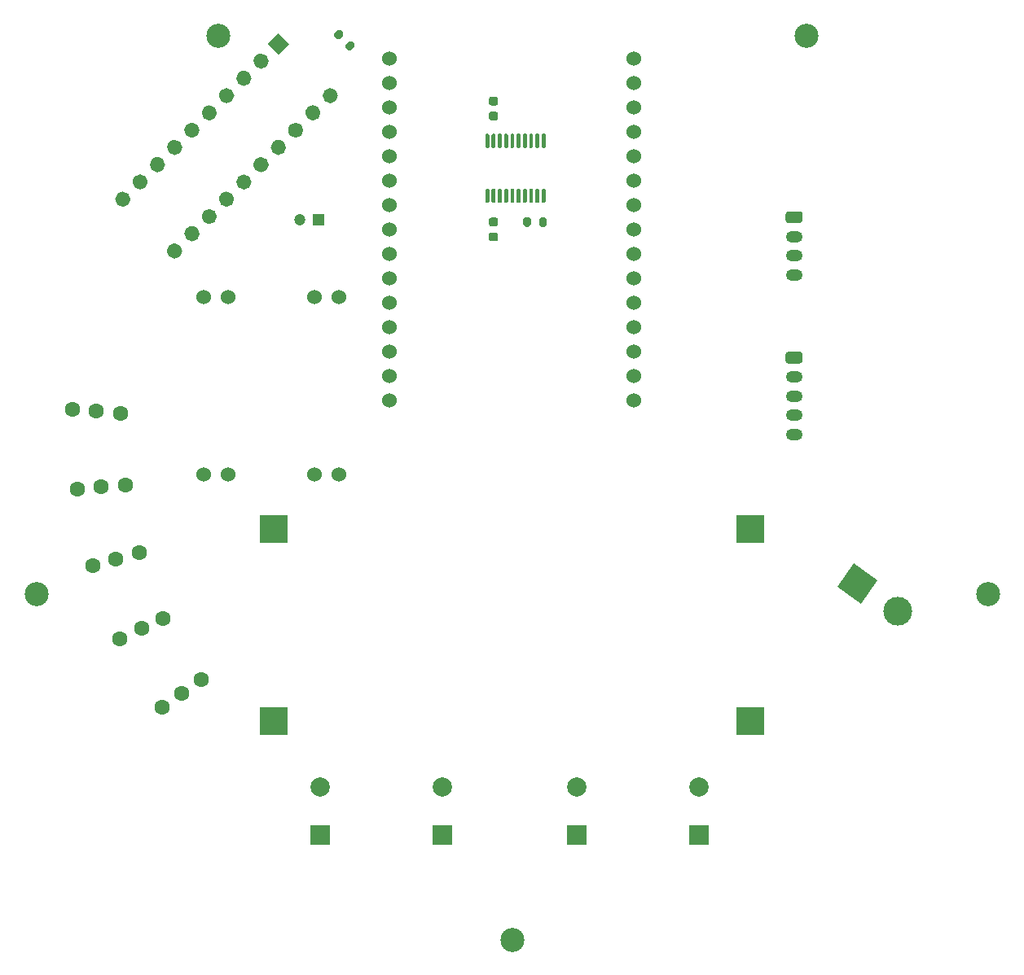
<source format=gts>
%TF.GenerationSoftware,KiCad,Pcbnew,5.1.12*%
%TF.CreationDate,2021-12-20T13:43:48-07:00*%
%TF.ProjectId,claw,636c6177-2e6b-4696-9361-645f70636258,rev?*%
%TF.SameCoordinates,Original*%
%TF.FileFunction,Soldermask,Top*%
%TF.FilePolarity,Negative*%
%FSLAX46Y46*%
G04 Gerber Fmt 4.6, Leading zero omitted, Abs format (unit mm)*
G04 Created by KiCad (PCBNEW 5.1.12) date 2021-12-20 13:43:48*
%MOMM*%
%LPD*%
G01*
G04 APERTURE LIST*
%ADD10C,2.500000*%
%ADD11C,0.100000*%
%ADD12C,1.524000*%
%ADD13C,1.600000*%
%ADD14R,3.000000X3.000000*%
%ADD15R,2.000000X2.000000*%
%ADD16C,2.000000*%
%ADD17C,3.000000*%
%ADD18R,1.200000X1.200000*%
%ADD19C,1.200000*%
%ADD20O,1.750000X1.200000*%
G04 APERTURE END LIST*
D10*
%TO.C,REF\u002A\u002A*%
X50545061Y-116068884D03*
%TD*%
%TO.C,REF\u002A\u002A*%
X69435167Y-57931116D03*
%TD*%
%TO.C,REF\u002A\u002A*%
X130564833Y-57931116D03*
%TD*%
%TO.C,REF\u002A\u002A*%
X149454939Y-116068884D03*
%TD*%
%TO.C,REF\u002A\u002A*%
X100000000Y-152000000D03*
%TD*%
%TO.C,C2*%
G36*
G01*
X97794000Y-65857000D02*
X98294000Y-65857000D01*
G75*
G02*
X98519000Y-66082000I0J-225000D01*
G01*
X98519000Y-66532000D01*
G75*
G02*
X98294000Y-66757000I-225000J0D01*
G01*
X97794000Y-66757000D01*
G75*
G02*
X97569000Y-66532000I0J225000D01*
G01*
X97569000Y-66082000D01*
G75*
G02*
X97794000Y-65857000I225000J0D01*
G01*
G37*
G36*
G01*
X97794000Y-64307000D02*
X98294000Y-64307000D01*
G75*
G02*
X98519000Y-64532000I0J-225000D01*
G01*
X98519000Y-64982000D01*
G75*
G02*
X98294000Y-65207000I-225000J0D01*
G01*
X97794000Y-65207000D01*
G75*
G02*
X97569000Y-64982000I0J225000D01*
G01*
X97569000Y-64532000D01*
G75*
G02*
X97794000Y-64307000I225000J0D01*
G01*
G37*
%TD*%
%TO.C,C1*%
G36*
G01*
X97794000Y-76880000D02*
X98294000Y-76880000D01*
G75*
G02*
X98519000Y-77105000I0J-225000D01*
G01*
X98519000Y-77555000D01*
G75*
G02*
X98294000Y-77780000I-225000J0D01*
G01*
X97794000Y-77780000D01*
G75*
G02*
X97569000Y-77555000I0J225000D01*
G01*
X97569000Y-77105000D01*
G75*
G02*
X97794000Y-76880000I225000J0D01*
G01*
G37*
G36*
G01*
X97794000Y-78430000D02*
X98294000Y-78430000D01*
G75*
G02*
X98519000Y-78655000I0J-225000D01*
G01*
X98519000Y-79105000D01*
G75*
G02*
X98294000Y-79330000I-225000J0D01*
G01*
X97794000Y-79330000D01*
G75*
G02*
X97569000Y-79105000I0J225000D01*
G01*
X97569000Y-78655000D01*
G75*
G02*
X97794000Y-78430000I225000J0D01*
G01*
G37*
%TD*%
%TO.C,R1*%
G36*
G01*
X102787000Y-77618000D02*
X102787000Y-77068000D01*
G75*
G02*
X102987000Y-76868000I200000J0D01*
G01*
X103387000Y-76868000D01*
G75*
G02*
X103587000Y-77068000I0J-200000D01*
G01*
X103587000Y-77618000D01*
G75*
G02*
X103387000Y-77818000I-200000J0D01*
G01*
X102987000Y-77818000D01*
G75*
G02*
X102787000Y-77618000I0J200000D01*
G01*
G37*
G36*
G01*
X101137000Y-77618000D02*
X101137000Y-77068000D01*
G75*
G02*
X101337000Y-76868000I200000J0D01*
G01*
X101737000Y-76868000D01*
G75*
G02*
X101937000Y-77068000I0J-200000D01*
G01*
X101937000Y-77618000D01*
G75*
G02*
X101737000Y-77818000I-200000J0D01*
G01*
X101337000Y-77818000D01*
G75*
G02*
X101137000Y-77618000I0J200000D01*
G01*
G37*
%TD*%
D11*
%TO.C,U3*%
G36*
X74560629Y-58801000D02*
G01*
X75692000Y-57669629D01*
X76823371Y-58801000D01*
X75692000Y-59932371D01*
X74560629Y-58801000D01*
G37*
G36*
G01*
X64350008Y-79787930D02*
X64350008Y-79787930D01*
G75*
G02*
X65481378Y-79787930I565685J-565685D01*
G01*
X65481378Y-79787930D01*
G75*
G02*
X65481378Y-80919300I-565685J-565685D01*
G01*
X65481378Y-80919300D01*
G75*
G02*
X64350008Y-80919300I-565685J565685D01*
G01*
X64350008Y-80919300D01*
G75*
G02*
X64350008Y-79787930I565685J565685D01*
G01*
G37*
G36*
G01*
X73330264Y-60031366D02*
X73330264Y-60031366D01*
G75*
G02*
X74461634Y-60031366I565685J-565685D01*
G01*
X74461634Y-60031366D01*
G75*
G02*
X74461634Y-61162736I-565685J-565685D01*
G01*
X74461634Y-61162736D01*
G75*
G02*
X73330264Y-61162736I-565685J565685D01*
G01*
X73330264Y-61162736D01*
G75*
G02*
X73330264Y-60031366I565685J565685D01*
G01*
G37*
G36*
G01*
X66146059Y-77991878D02*
X66146059Y-77991878D01*
G75*
G02*
X67277429Y-77991878I565685J-565685D01*
G01*
X67277429Y-77991878D01*
G75*
G02*
X67277429Y-79123248I-565685J-565685D01*
G01*
X67277429Y-79123248D01*
G75*
G02*
X66146059Y-79123248I-565685J565685D01*
G01*
X66146059Y-79123248D01*
G75*
G02*
X66146059Y-77991878I565685J565685D01*
G01*
G37*
G36*
G01*
X71534213Y-61827417D02*
X71534213Y-61827417D01*
G75*
G02*
X72665583Y-61827417I565685J-565685D01*
G01*
X72665583Y-61827417D01*
G75*
G02*
X72665583Y-62958787I-565685J-565685D01*
G01*
X72665583Y-62958787D01*
G75*
G02*
X71534213Y-62958787I-565685J565685D01*
G01*
X71534213Y-62958787D01*
G75*
G02*
X71534213Y-61827417I565685J565685D01*
G01*
G37*
G36*
G01*
X67942110Y-76195827D02*
X67942110Y-76195827D01*
G75*
G02*
X69073480Y-76195827I565685J-565685D01*
G01*
X69073480Y-76195827D01*
G75*
G02*
X69073480Y-77327197I-565685J-565685D01*
G01*
X69073480Y-77327197D01*
G75*
G02*
X67942110Y-77327197I-565685J565685D01*
G01*
X67942110Y-77327197D01*
G75*
G02*
X67942110Y-76195827I565685J565685D01*
G01*
G37*
G36*
G01*
X69738161Y-63623469D02*
X69738161Y-63623469D01*
G75*
G02*
X70869531Y-63623469I565685J-565685D01*
G01*
X70869531Y-63623469D01*
G75*
G02*
X70869531Y-64754839I-565685J-565685D01*
G01*
X70869531Y-64754839D01*
G75*
G02*
X69738161Y-64754839I-565685J565685D01*
G01*
X69738161Y-64754839D01*
G75*
G02*
X69738161Y-63623469I565685J565685D01*
G01*
G37*
G36*
G01*
X69738161Y-74399776D02*
X69738161Y-74399776D01*
G75*
G02*
X70869531Y-74399776I565685J-565685D01*
G01*
X70869531Y-74399776D01*
G75*
G02*
X70869531Y-75531146I-565685J-565685D01*
G01*
X70869531Y-75531146D01*
G75*
G02*
X69738161Y-75531146I-565685J565685D01*
G01*
X69738161Y-75531146D01*
G75*
G02*
X69738161Y-74399776I565685J565685D01*
G01*
G37*
G36*
G01*
X67942110Y-65419520D02*
X67942110Y-65419520D01*
G75*
G02*
X69073480Y-65419520I565685J-565685D01*
G01*
X69073480Y-65419520D01*
G75*
G02*
X69073480Y-66550890I-565685J-565685D01*
G01*
X69073480Y-66550890D01*
G75*
G02*
X67942110Y-66550890I-565685J565685D01*
G01*
X67942110Y-66550890D01*
G75*
G02*
X67942110Y-65419520I565685J565685D01*
G01*
G37*
G36*
G01*
X71534213Y-72603725D02*
X71534213Y-72603725D01*
G75*
G02*
X72665583Y-72603725I565685J-565685D01*
G01*
X72665583Y-72603725D01*
G75*
G02*
X72665583Y-73735095I-565685J-565685D01*
G01*
X72665583Y-73735095D01*
G75*
G02*
X71534213Y-73735095I-565685J565685D01*
G01*
X71534213Y-73735095D01*
G75*
G02*
X71534213Y-72603725I565685J565685D01*
G01*
G37*
G36*
G01*
X66146059Y-67215571D02*
X66146059Y-67215571D01*
G75*
G02*
X67277429Y-67215571I565685J-565685D01*
G01*
X67277429Y-67215571D01*
G75*
G02*
X67277429Y-68346941I-565685J-565685D01*
G01*
X67277429Y-68346941D01*
G75*
G02*
X66146059Y-68346941I-565685J565685D01*
G01*
X66146059Y-68346941D01*
G75*
G02*
X66146059Y-67215571I565685J565685D01*
G01*
G37*
G36*
G01*
X73330264Y-70807674D02*
X73330264Y-70807674D01*
G75*
G02*
X74461634Y-70807674I565685J-565685D01*
G01*
X74461634Y-70807674D01*
G75*
G02*
X74461634Y-71939044I-565685J-565685D01*
G01*
X74461634Y-71939044D01*
G75*
G02*
X73330264Y-71939044I-565685J565685D01*
G01*
X73330264Y-71939044D01*
G75*
G02*
X73330264Y-70807674I565685J565685D01*
G01*
G37*
G36*
G01*
X64350008Y-69011622D02*
X64350008Y-69011622D01*
G75*
G02*
X65481378Y-69011622I565685J-565685D01*
G01*
X65481378Y-69011622D01*
G75*
G02*
X65481378Y-70142992I-565685J-565685D01*
G01*
X65481378Y-70142992D01*
G75*
G02*
X64350008Y-70142992I-565685J565685D01*
G01*
X64350008Y-70142992D01*
G75*
G02*
X64350008Y-69011622I565685J565685D01*
G01*
G37*
G36*
G01*
X75126315Y-69011622D02*
X75126315Y-69011622D01*
G75*
G02*
X76257685Y-69011622I565685J-565685D01*
G01*
X76257685Y-69011622D01*
G75*
G02*
X76257685Y-70142992I-565685J-565685D01*
G01*
X76257685Y-70142992D01*
G75*
G02*
X75126315Y-70142992I-565685J565685D01*
G01*
X75126315Y-70142992D01*
G75*
G02*
X75126315Y-69011622I565685J565685D01*
G01*
G37*
G36*
G01*
X62553956Y-70807674D02*
X62553956Y-70807674D01*
G75*
G02*
X63685326Y-70807674I565685J-565685D01*
G01*
X63685326Y-70807674D01*
G75*
G02*
X63685326Y-71939044I-565685J-565685D01*
G01*
X63685326Y-71939044D01*
G75*
G02*
X62553956Y-71939044I-565685J565685D01*
G01*
X62553956Y-71939044D01*
G75*
G02*
X62553956Y-70807674I565685J565685D01*
G01*
G37*
G36*
G01*
X76922366Y-67215571D02*
X76922366Y-67215571D01*
G75*
G02*
X78053736Y-67215571I565685J-565685D01*
G01*
X78053736Y-67215571D01*
G75*
G02*
X78053736Y-68346941I-565685J-565685D01*
G01*
X78053736Y-68346941D01*
G75*
G02*
X76922366Y-68346941I-565685J565685D01*
G01*
X76922366Y-68346941D01*
G75*
G02*
X76922366Y-67215571I565685J565685D01*
G01*
G37*
G36*
G01*
X60757905Y-72603725D02*
X60757905Y-72603725D01*
G75*
G02*
X61889275Y-72603725I565685J-565685D01*
G01*
X61889275Y-72603725D01*
G75*
G02*
X61889275Y-73735095I-565685J-565685D01*
G01*
X61889275Y-73735095D01*
G75*
G02*
X60757905Y-73735095I-565685J565685D01*
G01*
X60757905Y-73735095D01*
G75*
G02*
X60757905Y-72603725I565685J565685D01*
G01*
G37*
G36*
G01*
X78718417Y-65419520D02*
X78718417Y-65419520D01*
G75*
G02*
X79849787Y-65419520I565685J-565685D01*
G01*
X79849787Y-65419520D01*
G75*
G02*
X79849787Y-66550890I-565685J-565685D01*
G01*
X79849787Y-66550890D01*
G75*
G02*
X78718417Y-66550890I-565685J565685D01*
G01*
X78718417Y-66550890D01*
G75*
G02*
X78718417Y-65419520I565685J565685D01*
G01*
G37*
G36*
G01*
X58961854Y-74399776D02*
X58961854Y-74399776D01*
G75*
G02*
X60093224Y-74399776I565685J-565685D01*
G01*
X60093224Y-74399776D01*
G75*
G02*
X60093224Y-75531146I-565685J-565685D01*
G01*
X60093224Y-75531146D01*
G75*
G02*
X58961854Y-75531146I-565685J565685D01*
G01*
X58961854Y-75531146D01*
G75*
G02*
X58961854Y-74399776I565685J565685D01*
G01*
G37*
G36*
G01*
X80514469Y-63623469D02*
X80514469Y-63623469D01*
G75*
G02*
X81645839Y-63623469I565685J-565685D01*
G01*
X81645839Y-63623469D01*
G75*
G02*
X81645839Y-64754839I-565685J-565685D01*
G01*
X81645839Y-64754839D01*
G75*
G02*
X80514469Y-64754839I-565685J565685D01*
G01*
X80514469Y-64754839D01*
G75*
G02*
X80514469Y-63623469I565685J565685D01*
G01*
G37*
%TD*%
D12*
%TO.C,U1*%
X87249000Y-60325000D03*
X87249000Y-62865000D03*
X87249000Y-65405000D03*
X87249000Y-67945000D03*
X87249000Y-70485000D03*
X87249000Y-73025000D03*
X87249000Y-75565000D03*
X87249000Y-78105000D03*
X87249000Y-80645000D03*
X87249000Y-83185000D03*
X87249000Y-85725000D03*
X87249000Y-88265000D03*
X87249000Y-90805000D03*
X87249000Y-93345000D03*
X87249000Y-95885000D03*
X112649000Y-95885000D03*
X112649000Y-93345000D03*
X112649000Y-90805000D03*
X112649000Y-88265000D03*
X112649000Y-85725000D03*
X112649000Y-83185000D03*
X112649000Y-80645000D03*
X112649000Y-78105000D03*
X112649000Y-75565000D03*
X112649000Y-73025000D03*
X112649000Y-70485000D03*
X112649000Y-67945000D03*
X112649000Y-65405000D03*
X112649000Y-62865000D03*
X112649000Y-60325000D03*
%TD*%
%TO.C,U2*%
G36*
G01*
X97505000Y-75355000D02*
X97305000Y-75355000D01*
G75*
G02*
X97205000Y-75255000I0J100000D01*
G01*
X97205000Y-73980000D01*
G75*
G02*
X97305000Y-73880000I100000J0D01*
G01*
X97505000Y-73880000D01*
G75*
G02*
X97605000Y-73980000I0J-100000D01*
G01*
X97605000Y-75255000D01*
G75*
G02*
X97505000Y-75355000I-100000J0D01*
G01*
G37*
G36*
G01*
X98155000Y-75355000D02*
X97955000Y-75355000D01*
G75*
G02*
X97855000Y-75255000I0J100000D01*
G01*
X97855000Y-73980000D01*
G75*
G02*
X97955000Y-73880000I100000J0D01*
G01*
X98155000Y-73880000D01*
G75*
G02*
X98255000Y-73980000I0J-100000D01*
G01*
X98255000Y-75255000D01*
G75*
G02*
X98155000Y-75355000I-100000J0D01*
G01*
G37*
G36*
G01*
X98805000Y-75355000D02*
X98605000Y-75355000D01*
G75*
G02*
X98505000Y-75255000I0J100000D01*
G01*
X98505000Y-73980000D01*
G75*
G02*
X98605000Y-73880000I100000J0D01*
G01*
X98805000Y-73880000D01*
G75*
G02*
X98905000Y-73980000I0J-100000D01*
G01*
X98905000Y-75255000D01*
G75*
G02*
X98805000Y-75355000I-100000J0D01*
G01*
G37*
G36*
G01*
X99455000Y-75355000D02*
X99255000Y-75355000D01*
G75*
G02*
X99155000Y-75255000I0J100000D01*
G01*
X99155000Y-73980000D01*
G75*
G02*
X99255000Y-73880000I100000J0D01*
G01*
X99455000Y-73880000D01*
G75*
G02*
X99555000Y-73980000I0J-100000D01*
G01*
X99555000Y-75255000D01*
G75*
G02*
X99455000Y-75355000I-100000J0D01*
G01*
G37*
G36*
G01*
X100105000Y-75355000D02*
X99905000Y-75355000D01*
G75*
G02*
X99805000Y-75255000I0J100000D01*
G01*
X99805000Y-73980000D01*
G75*
G02*
X99905000Y-73880000I100000J0D01*
G01*
X100105000Y-73880000D01*
G75*
G02*
X100205000Y-73980000I0J-100000D01*
G01*
X100205000Y-75255000D01*
G75*
G02*
X100105000Y-75355000I-100000J0D01*
G01*
G37*
G36*
G01*
X100755000Y-75355000D02*
X100555000Y-75355000D01*
G75*
G02*
X100455000Y-75255000I0J100000D01*
G01*
X100455000Y-73980000D01*
G75*
G02*
X100555000Y-73880000I100000J0D01*
G01*
X100755000Y-73880000D01*
G75*
G02*
X100855000Y-73980000I0J-100000D01*
G01*
X100855000Y-75255000D01*
G75*
G02*
X100755000Y-75355000I-100000J0D01*
G01*
G37*
G36*
G01*
X101405000Y-75355000D02*
X101205000Y-75355000D01*
G75*
G02*
X101105000Y-75255000I0J100000D01*
G01*
X101105000Y-73980000D01*
G75*
G02*
X101205000Y-73880000I100000J0D01*
G01*
X101405000Y-73880000D01*
G75*
G02*
X101505000Y-73980000I0J-100000D01*
G01*
X101505000Y-75255000D01*
G75*
G02*
X101405000Y-75355000I-100000J0D01*
G01*
G37*
G36*
G01*
X102055000Y-75355000D02*
X101855000Y-75355000D01*
G75*
G02*
X101755000Y-75255000I0J100000D01*
G01*
X101755000Y-73980000D01*
G75*
G02*
X101855000Y-73880000I100000J0D01*
G01*
X102055000Y-73880000D01*
G75*
G02*
X102155000Y-73980000I0J-100000D01*
G01*
X102155000Y-75255000D01*
G75*
G02*
X102055000Y-75355000I-100000J0D01*
G01*
G37*
G36*
G01*
X102705000Y-75355000D02*
X102505000Y-75355000D01*
G75*
G02*
X102405000Y-75255000I0J100000D01*
G01*
X102405000Y-73980000D01*
G75*
G02*
X102505000Y-73880000I100000J0D01*
G01*
X102705000Y-73880000D01*
G75*
G02*
X102805000Y-73980000I0J-100000D01*
G01*
X102805000Y-75255000D01*
G75*
G02*
X102705000Y-75355000I-100000J0D01*
G01*
G37*
G36*
G01*
X103355000Y-75355000D02*
X103155000Y-75355000D01*
G75*
G02*
X103055000Y-75255000I0J100000D01*
G01*
X103055000Y-73980000D01*
G75*
G02*
X103155000Y-73880000I100000J0D01*
G01*
X103355000Y-73880000D01*
G75*
G02*
X103455000Y-73980000I0J-100000D01*
G01*
X103455000Y-75255000D01*
G75*
G02*
X103355000Y-75355000I-100000J0D01*
G01*
G37*
G36*
G01*
X103355000Y-69630000D02*
X103155000Y-69630000D01*
G75*
G02*
X103055000Y-69530000I0J100000D01*
G01*
X103055000Y-68255000D01*
G75*
G02*
X103155000Y-68155000I100000J0D01*
G01*
X103355000Y-68155000D01*
G75*
G02*
X103455000Y-68255000I0J-100000D01*
G01*
X103455000Y-69530000D01*
G75*
G02*
X103355000Y-69630000I-100000J0D01*
G01*
G37*
G36*
G01*
X102705000Y-69630000D02*
X102505000Y-69630000D01*
G75*
G02*
X102405000Y-69530000I0J100000D01*
G01*
X102405000Y-68255000D01*
G75*
G02*
X102505000Y-68155000I100000J0D01*
G01*
X102705000Y-68155000D01*
G75*
G02*
X102805000Y-68255000I0J-100000D01*
G01*
X102805000Y-69530000D01*
G75*
G02*
X102705000Y-69630000I-100000J0D01*
G01*
G37*
G36*
G01*
X102055000Y-69630000D02*
X101855000Y-69630000D01*
G75*
G02*
X101755000Y-69530000I0J100000D01*
G01*
X101755000Y-68255000D01*
G75*
G02*
X101855000Y-68155000I100000J0D01*
G01*
X102055000Y-68155000D01*
G75*
G02*
X102155000Y-68255000I0J-100000D01*
G01*
X102155000Y-69530000D01*
G75*
G02*
X102055000Y-69630000I-100000J0D01*
G01*
G37*
G36*
G01*
X101405000Y-69630000D02*
X101205000Y-69630000D01*
G75*
G02*
X101105000Y-69530000I0J100000D01*
G01*
X101105000Y-68255000D01*
G75*
G02*
X101205000Y-68155000I100000J0D01*
G01*
X101405000Y-68155000D01*
G75*
G02*
X101505000Y-68255000I0J-100000D01*
G01*
X101505000Y-69530000D01*
G75*
G02*
X101405000Y-69630000I-100000J0D01*
G01*
G37*
G36*
G01*
X100755000Y-69630000D02*
X100555000Y-69630000D01*
G75*
G02*
X100455000Y-69530000I0J100000D01*
G01*
X100455000Y-68255000D01*
G75*
G02*
X100555000Y-68155000I100000J0D01*
G01*
X100755000Y-68155000D01*
G75*
G02*
X100855000Y-68255000I0J-100000D01*
G01*
X100855000Y-69530000D01*
G75*
G02*
X100755000Y-69630000I-100000J0D01*
G01*
G37*
G36*
G01*
X100105000Y-69630000D02*
X99905000Y-69630000D01*
G75*
G02*
X99805000Y-69530000I0J100000D01*
G01*
X99805000Y-68255000D01*
G75*
G02*
X99905000Y-68155000I100000J0D01*
G01*
X100105000Y-68155000D01*
G75*
G02*
X100205000Y-68255000I0J-100000D01*
G01*
X100205000Y-69530000D01*
G75*
G02*
X100105000Y-69630000I-100000J0D01*
G01*
G37*
G36*
G01*
X99455000Y-69630000D02*
X99255000Y-69630000D01*
G75*
G02*
X99155000Y-69530000I0J100000D01*
G01*
X99155000Y-68255000D01*
G75*
G02*
X99255000Y-68155000I100000J0D01*
G01*
X99455000Y-68155000D01*
G75*
G02*
X99555000Y-68255000I0J-100000D01*
G01*
X99555000Y-69530000D01*
G75*
G02*
X99455000Y-69630000I-100000J0D01*
G01*
G37*
G36*
G01*
X98805000Y-69630000D02*
X98605000Y-69630000D01*
G75*
G02*
X98505000Y-69530000I0J100000D01*
G01*
X98505000Y-68255000D01*
G75*
G02*
X98605000Y-68155000I100000J0D01*
G01*
X98805000Y-68155000D01*
G75*
G02*
X98905000Y-68255000I0J-100000D01*
G01*
X98905000Y-69530000D01*
G75*
G02*
X98805000Y-69630000I-100000J0D01*
G01*
G37*
G36*
G01*
X98155000Y-69630000D02*
X97955000Y-69630000D01*
G75*
G02*
X97855000Y-69530000I0J100000D01*
G01*
X97855000Y-68255000D01*
G75*
G02*
X97955000Y-68155000I100000J0D01*
G01*
X98155000Y-68155000D01*
G75*
G02*
X98255000Y-68255000I0J-100000D01*
G01*
X98255000Y-69530000D01*
G75*
G02*
X98155000Y-69630000I-100000J0D01*
G01*
G37*
G36*
G01*
X97505000Y-69630000D02*
X97305000Y-69630000D01*
G75*
G02*
X97205000Y-69530000I0J100000D01*
G01*
X97205000Y-68255000D01*
G75*
G02*
X97305000Y-68155000I100000J0D01*
G01*
X97505000Y-68155000D01*
G75*
G02*
X97605000Y-68255000I0J-100000D01*
G01*
X97605000Y-69530000D01*
G75*
G02*
X97505000Y-69630000I-100000J0D01*
G01*
G37*
%TD*%
%TO.C,R2*%
G36*
G01*
X83610660Y-59091751D02*
X83221751Y-59480660D01*
G75*
G02*
X82938909Y-59480660I-141421J141421D01*
G01*
X82656066Y-59197817D01*
G75*
G02*
X82656066Y-58914975I141421J141421D01*
G01*
X83044975Y-58526066D01*
G75*
G02*
X83327817Y-58526066I141421J-141421D01*
G01*
X83610660Y-58808909D01*
G75*
G02*
X83610660Y-59091751I-141421J-141421D01*
G01*
G37*
G36*
G01*
X82443934Y-57925025D02*
X82055025Y-58313934D01*
G75*
G02*
X81772183Y-58313934I-141421J141421D01*
G01*
X81489340Y-58031091D01*
G75*
G02*
X81489340Y-57748249I141421J141421D01*
G01*
X81878249Y-57359340D01*
G75*
G02*
X82161091Y-57359340I141421J-141421D01*
G01*
X82443934Y-57642183D01*
G75*
G02*
X82443934Y-57925025I-141421J-141421D01*
G01*
G37*
%TD*%
D13*
%TO.C,J1*%
X67706880Y-124931059D03*
X65659000Y-126365000D03*
X63611120Y-127798941D03*
%TD*%
%TO.C,J2*%
X59202231Y-120690546D03*
X61468000Y-119634000D03*
X63733769Y-118577454D03*
%TD*%
%TO.C,J3*%
X61215815Y-111747952D03*
X58801000Y-112395000D03*
X56386185Y-113042048D03*
%TD*%
%TO.C,J4*%
X54786513Y-105119889D03*
X57277000Y-104902000D03*
X59767487Y-104684111D03*
%TD*%
%TO.C,J5*%
X59259487Y-97245889D03*
X56769000Y-97028000D03*
X54278513Y-96810111D03*
%TD*%
D12*
%TO.C,A1*%
X67945000Y-103632000D03*
X70485000Y-103632000D03*
X79445000Y-103632000D03*
X81945000Y-103632000D03*
X67945000Y-85132000D03*
X81945000Y-85132000D03*
X70485000Y-85132000D03*
X79445000Y-85132000D03*
%TD*%
D14*
%TO.C,A2*%
X124699000Y-129253000D03*
X75199000Y-129253000D03*
X124699000Y-109253000D03*
X75199000Y-109253000D03*
%TD*%
D15*
%TO.C,C3*%
X80010000Y-141097000D03*
D16*
X80010000Y-136097000D03*
%TD*%
%TO.C,C4*%
X92710000Y-136097000D03*
D15*
X92710000Y-141097000D03*
%TD*%
%TO.C,C5*%
X106680000Y-141097000D03*
D16*
X106680000Y-136097000D03*
%TD*%
%TO.C,C6*%
X119380000Y-136097000D03*
D15*
X119380000Y-141097000D03*
%TD*%
D11*
%TO.C,J6*%
G36*
X133800907Y-115303363D02*
G01*
X135521637Y-112845907D01*
X137979093Y-114566637D01*
X136258363Y-117024093D01*
X133800907Y-115303363D01*
G37*
D17*
X140051292Y-117848768D03*
%TD*%
D18*
%TO.C,C7*%
X79883000Y-77089000D03*
D19*
X77883000Y-77089000D03*
%TD*%
%TO.C,J7*%
G36*
G01*
X128660999Y-76235000D02*
X129911001Y-76235000D01*
G75*
G02*
X130161000Y-76484999I0J-249999D01*
G01*
X130161000Y-77185001D01*
G75*
G02*
X129911001Y-77435000I-249999J0D01*
G01*
X128660999Y-77435000D01*
G75*
G02*
X128411000Y-77185001I0J249999D01*
G01*
X128411000Y-76484999D01*
G75*
G02*
X128660999Y-76235000I249999J0D01*
G01*
G37*
D20*
X129286000Y-78835000D03*
X129286000Y-80835000D03*
X129286000Y-82835000D03*
%TD*%
%TO.C,J8*%
G36*
G01*
X128660999Y-90840000D02*
X129911001Y-90840000D01*
G75*
G02*
X130161000Y-91089999I0J-249999D01*
G01*
X130161000Y-91790001D01*
G75*
G02*
X129911001Y-92040000I-249999J0D01*
G01*
X128660999Y-92040000D01*
G75*
G02*
X128411000Y-91790001I0J249999D01*
G01*
X128411000Y-91089999D01*
G75*
G02*
X128660999Y-90840000I249999J0D01*
G01*
G37*
X129286000Y-93440000D03*
X129286000Y-95440000D03*
X129286000Y-97440000D03*
X129286000Y-99440000D03*
%TD*%
M02*

</source>
